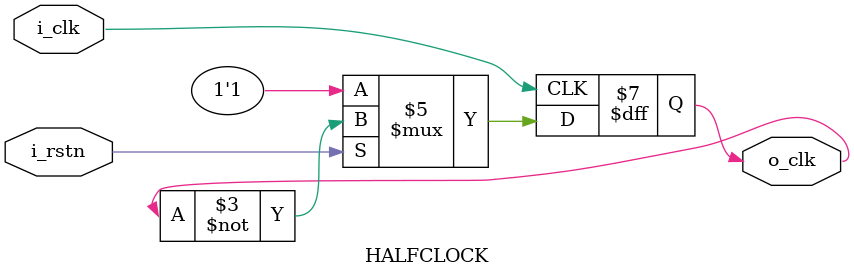
<source format=v>
module HALFCLOCK (
    input i_clk,
    input i_rstn,
    output reg o_clk
);
always @(posedge i_clk) begin
    if(!i_rstn) o_clk <= 1;
    else o_clk <= ~o_clk;
end
    
endmodule
</source>
